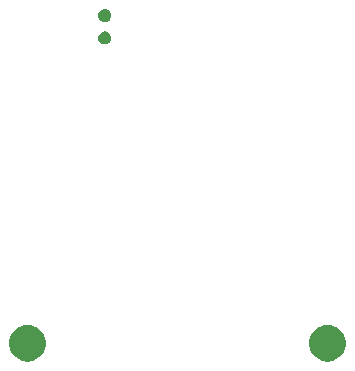
<source format=gbr>
G04 #@! TF.GenerationSoftware,KiCad,Pcbnew,(5.1.2)-2*
G04 #@! TF.CreationDate,2019-10-10T00:04:01-05:00*
G04 #@! TF.ProjectId,MillingTest,4d696c6c-696e-4675-9465-73742e6b6963,rev?*
G04 #@! TF.SameCoordinates,Original*
G04 #@! TF.FileFunction,Soldermask,Bot*
G04 #@! TF.FilePolarity,Negative*
%FSLAX46Y46*%
G04 Gerber Fmt 4.6, Leading zero omitted, Abs format (unit mm)*
G04 Created by KiCad (PCBNEW (5.1.2)-2) date 2019-10-10 00:04:01*
%MOMM*%
%LPD*%
G04 APERTURE LIST*
%ADD10C,0.100000*%
G04 APERTURE END LIST*
D10*
G36*
X193822585Y-92508802D02*
G01*
X193972410Y-92538604D01*
X194254674Y-92655521D01*
X194508705Y-92825259D01*
X194724741Y-93041295D01*
X194894479Y-93295326D01*
X195011396Y-93577590D01*
X195071000Y-93877240D01*
X195071000Y-94182760D01*
X195011396Y-94482410D01*
X194894479Y-94764674D01*
X194724741Y-95018705D01*
X194508705Y-95234741D01*
X194254674Y-95404479D01*
X193972410Y-95521396D01*
X193822585Y-95551198D01*
X193672761Y-95581000D01*
X193367239Y-95581000D01*
X193217415Y-95551198D01*
X193067590Y-95521396D01*
X192785326Y-95404479D01*
X192531295Y-95234741D01*
X192315259Y-95018705D01*
X192145521Y-94764674D01*
X192028604Y-94482410D01*
X191969000Y-94182760D01*
X191969000Y-93877240D01*
X192028604Y-93577590D01*
X192145521Y-93295326D01*
X192315259Y-93041295D01*
X192531295Y-92825259D01*
X192785326Y-92655521D01*
X193067590Y-92538604D01*
X193217415Y-92508802D01*
X193367239Y-92479000D01*
X193672761Y-92479000D01*
X193822585Y-92508802D01*
X193822585Y-92508802D01*
G37*
G36*
X168422585Y-92508802D02*
G01*
X168572410Y-92538604D01*
X168854674Y-92655521D01*
X169108705Y-92825259D01*
X169324741Y-93041295D01*
X169494479Y-93295326D01*
X169611396Y-93577590D01*
X169671000Y-93877240D01*
X169671000Y-94182760D01*
X169611396Y-94482410D01*
X169494479Y-94764674D01*
X169324741Y-95018705D01*
X169108705Y-95234741D01*
X168854674Y-95404479D01*
X168572410Y-95521396D01*
X168422585Y-95551198D01*
X168272761Y-95581000D01*
X167967239Y-95581000D01*
X167817415Y-95551198D01*
X167667590Y-95521396D01*
X167385326Y-95404479D01*
X167131295Y-95234741D01*
X166915259Y-95018705D01*
X166745521Y-94764674D01*
X166628604Y-94482410D01*
X166569000Y-94182760D01*
X166569000Y-93877240D01*
X166628604Y-93577590D01*
X166745521Y-93295326D01*
X166915259Y-93041295D01*
X167131295Y-92825259D01*
X167385326Y-92655521D01*
X167667590Y-92538604D01*
X167817415Y-92508802D01*
X167967239Y-92479000D01*
X168272761Y-92479000D01*
X168422585Y-92508802D01*
X168422585Y-92508802D01*
G37*
G36*
X174830721Y-67650174D02*
G01*
X174930995Y-67691709D01*
X174930996Y-67691710D01*
X175021242Y-67752010D01*
X175097990Y-67828758D01*
X175097991Y-67828760D01*
X175158291Y-67919005D01*
X175199826Y-68019279D01*
X175221000Y-68125730D01*
X175221000Y-68234270D01*
X175199826Y-68340721D01*
X175158291Y-68440995D01*
X175158290Y-68440996D01*
X175097990Y-68531242D01*
X175021242Y-68607990D01*
X174975812Y-68638345D01*
X174930995Y-68668291D01*
X174830721Y-68709826D01*
X174724270Y-68731000D01*
X174615730Y-68731000D01*
X174509279Y-68709826D01*
X174409005Y-68668291D01*
X174364188Y-68638345D01*
X174318758Y-68607990D01*
X174242010Y-68531242D01*
X174181710Y-68440996D01*
X174181709Y-68440995D01*
X174140174Y-68340721D01*
X174119000Y-68234270D01*
X174119000Y-68125730D01*
X174140174Y-68019279D01*
X174181709Y-67919005D01*
X174242009Y-67828760D01*
X174242010Y-67828758D01*
X174318758Y-67752010D01*
X174409004Y-67691710D01*
X174409005Y-67691709D01*
X174509279Y-67650174D01*
X174615730Y-67629000D01*
X174724270Y-67629000D01*
X174830721Y-67650174D01*
X174830721Y-67650174D01*
G37*
G36*
X174830721Y-65750174D02*
G01*
X174930995Y-65791709D01*
X174930996Y-65791710D01*
X175021242Y-65852010D01*
X175097990Y-65928758D01*
X175097991Y-65928760D01*
X175158291Y-66019005D01*
X175199826Y-66119279D01*
X175221000Y-66225730D01*
X175221000Y-66334270D01*
X175199826Y-66440721D01*
X175158291Y-66540995D01*
X175158290Y-66540996D01*
X175097990Y-66631242D01*
X175021242Y-66707990D01*
X174975812Y-66738345D01*
X174930995Y-66768291D01*
X174830721Y-66809826D01*
X174724270Y-66831000D01*
X174615730Y-66831000D01*
X174509279Y-66809826D01*
X174409005Y-66768291D01*
X174364188Y-66738345D01*
X174318758Y-66707990D01*
X174242010Y-66631242D01*
X174181710Y-66540996D01*
X174181709Y-66540995D01*
X174140174Y-66440721D01*
X174119000Y-66334270D01*
X174119000Y-66225730D01*
X174140174Y-66119279D01*
X174181709Y-66019005D01*
X174242009Y-65928760D01*
X174242010Y-65928758D01*
X174318758Y-65852010D01*
X174409004Y-65791710D01*
X174409005Y-65791709D01*
X174509279Y-65750174D01*
X174615730Y-65729000D01*
X174724270Y-65729000D01*
X174830721Y-65750174D01*
X174830721Y-65750174D01*
G37*
M02*

</source>
